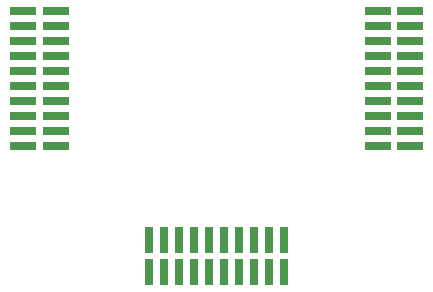
<source format=gbp>
G04 #@! TF.FileFunction,Paste,Bot*
%FSLAX46Y46*%
G04 Gerber Fmt 4.6, Leading zero omitted, Abs format (unit mm)*
G04 Created by KiCad (PCBNEW 4.0.2+e4-6225~38~ubuntu14.04.1-stable) date Thu 21 Jul 2016 15:42:58 BST*
%MOMM*%
G01*
G04 APERTURE LIST*
%ADD10C,0.100000*%
%ADD11R,2.220000X0.740000*%
%ADD12R,0.740000X2.220000*%
G04 APERTURE END LIST*
D10*
D11*
X83635000Y-94285000D03*
X86365000Y-94285000D03*
X83635000Y-95555000D03*
X86365000Y-95555000D03*
X83635000Y-96825000D03*
X86365000Y-96825000D03*
X83635000Y-98095000D03*
X86365000Y-98095000D03*
X83635000Y-99365000D03*
X86365000Y-99365000D03*
X83635000Y-100635000D03*
X86365000Y-100635000D03*
X83635000Y-101905000D03*
X86365000Y-101905000D03*
X83635000Y-103175000D03*
X86365000Y-103175000D03*
X83635000Y-104445000D03*
X86365000Y-104445000D03*
X83635000Y-105715000D03*
X86365000Y-105715000D03*
X113635000Y-94285000D03*
X116365000Y-94285000D03*
X113635000Y-95555000D03*
X116365000Y-95555000D03*
X113635000Y-96825000D03*
X116365000Y-96825000D03*
X113635000Y-98095000D03*
X116365000Y-98095000D03*
X113635000Y-99365000D03*
X116365000Y-99365000D03*
X113635000Y-100635000D03*
X116365000Y-100635000D03*
X113635000Y-101905000D03*
X116365000Y-101905000D03*
X113635000Y-103175000D03*
X116365000Y-103175000D03*
X113635000Y-104445000D03*
X116365000Y-104445000D03*
X113635000Y-105715000D03*
X116365000Y-105715000D03*
D12*
X94285000Y-116365000D03*
X94285000Y-113635000D03*
X95555000Y-116365000D03*
X95555000Y-113635000D03*
X96825000Y-116365000D03*
X96825000Y-113635000D03*
X98095000Y-116365000D03*
X98095000Y-113635000D03*
X99365000Y-116365000D03*
X99365000Y-113635000D03*
X100635000Y-116365000D03*
X100635000Y-113635000D03*
X101905000Y-116365000D03*
X101905000Y-113635000D03*
X103175000Y-116365000D03*
X103175000Y-113635000D03*
X104445000Y-116365000D03*
X104445000Y-113635000D03*
X105715000Y-116365000D03*
X105715000Y-113635000D03*
M02*

</source>
